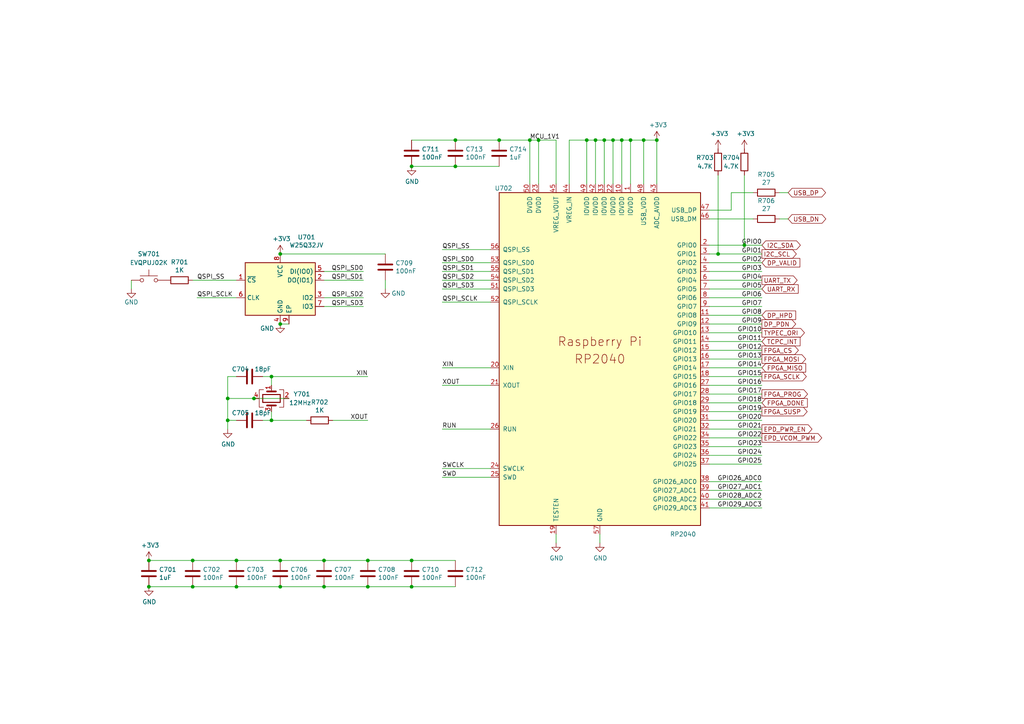
<source format=kicad_sch>
(kicad_sch (version 20230121) (generator eeschema)
  (paper "A4")
  (title_block (title "Caster EPDC") (date "2022-07-03") (rev "R0.4") (company "Copyright 2022 Modos / Engineer: Wenting Zhang"))
  (lib_symbols
    (symbol "Device:C" (pin_numbers hide) (pin_names (offset 0.254))
      (property "Reference" "C" (at 0.635 2.54 0))
      (property "Value" "C" (at 0.635 -2.54 0))
      (symbol "C_0_1"
        (polyline (pts (xy -2.032 -0.762) (xy 2.032 -0.762)) (stroke (width 0.508)))
        (polyline (pts (xy -2.032 0.762) (xy 2.032 0.762)) (stroke (width 0.508)))
      )
      (symbol "C_1_1"
        (pin passive line (at 0 3.81 270) (length 2.794) (name "~") (number "1"))
        (pin passive line (at 0 -3.81 90) (length 2.794) (name "~") (number "2"))
      )
    )
    (symbol "Device:Crystal_GND24" (pin_names (offset 1.016) hide)
      (property "Reference" "Y" (at 3.175 5.08 0))
      (property "Value" "Crystal_GND24" (at 3.175 3.175 0))
      (symbol "Crystal_GND24_0_1"
        (rectangle (start -1.143 2.54) (end 1.143 -2.54) (stroke (width 0.3048)))
        (polyline (pts (xy -2.54 0) (xy -2.032 0)))
        (polyline (pts (xy -2.032 -1.27) (xy -2.032 1.27)) (stroke (width 0.508)))
        (polyline (pts (xy 0 -3.81) (xy 0 -3.556)))
        (polyline (pts (xy 0 3.556) (xy 0 3.81)))
        (polyline (pts (xy 2.032 -1.27) (xy 2.032 1.27)) (stroke (width 0.508)))
        (polyline (pts (xy 2.032 0) (xy 2.54 0)))
        (polyline (pts (xy -2.54 -2.286) (xy -2.54 -3.556) (xy 2.54 -3.556) (xy 2.54 -2.286)))
        (polyline (pts (xy -2.54 2.286) (xy -2.54 3.556) (xy 2.54 3.556) (xy 2.54 2.286)))
      )
      (symbol "Crystal_GND24_1_1"
        (pin passive line (at -3.81 0 0) (length 1.27) (name "1") (number "1"))
        (pin passive line (at 0 5.08 270) (length 1.27) (name "2") (number "2"))
        (pin passive line (at 3.81 0 180) (length 1.27) (name "3") (number "3"))
        (pin passive line (at 0 -5.08 90) (length 1.27) (name "4") (number "4"))
      )
    )
    (symbol "Device:R" (pin_numbers hide) (pin_names (offset 0))
      (property "Reference" "R" (at 2.032 0 90))
      (property "Value" "R" (at 0 0 90))
      (symbol "R_0_1"
        (rectangle (start -1.016 -2.54) (end 1.016 2.54) (stroke (width 0.254)))
      )
      (symbol "R_1_1"
        (pin passive line (at 0 3.81 270) (length 1.27) (name "~") (number "1"))
        (pin passive line (at 0 -3.81 90) (length 1.27) (name "~") (number "2"))
      )
    )
    (symbol "MCU_RaspberryPi_RP2040:RP2040" (pin_names (offset 1.016))
      (property "Reference" "U" (at -29.21 49.53 0))
      (property "Value" "RP2040" (at 24.13 -49.53 0))
      (symbol "RP2040_0_0"
        (text "Raspberry Pi" (at 0 5.08 0) (effects (font (size 2.54 2.54))))
        (text "RP2040" (at 0 0 0) (effects (font (size 2.54 2.54))))
      )
      (symbol "RP2040_0_1"
        (rectangle (start 29.21 48.26) (end -29.21 -48.26) (stroke (width 0.254)) (fill (type background)))
      )
      (symbol "RP2040_1_1"
        (pin power_in line (at 8.89 50.8 270) (length 2.54) (name "IOVDD") (number "1"))
        (pin power_in line (at 6.35 50.8 270) (length 2.54) (name "IOVDD") (number "10"))
        (pin bidirectional line (at 31.75 12.7 180) (length 2.54) (name "GPIO8") (number "11"))
        (pin bidirectional line (at 31.75 10.16 180) (length 2.54) (name "GPIO9") (number "12"))
        (pin bidirectional line (at 31.75 7.62 180) (length 2.54) (name "GPIO10") (number "13"))
        (pin bidirectional line (at 31.75 5.08 180) (length 2.54) (name "GPIO11") (number "14"))
        (pin bidirectional line (at 31.75 2.54 180) (length 2.54) (name "GPIO12") (number "15"))
        (pin bidirectional line (at 31.75 0 180) (length 2.54) (name "GPIO13") (number "16"))
        (pin bidirectional line (at 31.75 -2.54 180) (length 2.54) (name "GPIO14") (number "17"))
        (pin bidirectional line (at 31.75 -5.08 180) (length 2.54) (name "GPIO15") (number "18"))
        (pin passive line (at -12.7 -50.8 90) (length 2.54) (name "TESTEN") (number "19"))
        (pin bidirectional line (at 31.75 33.02 180) (length 2.54) (name "GPIO0") (number "2"))
        (pin input line (at -31.75 -2.54 0) (length 2.54) (name "XIN") (number "20"))
        (pin passive line (at -31.75 -7.62 0) (length 2.54) (name "XOUT") (number "21"))
        (pin power_in line (at 3.81 50.8 270) (length 2.54) (name "IOVDD") (number "22"))
        (pin power_in line (at -17.78 50.8 270) (length 2.54) (name "DVDD") (number "23"))
        (pin output line (at -31.75 -31.75 0) (length 2.54) (name "SWCLK") (number "24"))
        (pin bidirectional line (at -31.75 -34.29 0) (length 2.54) (name "SWD") (number "25"))
        (pin input line (at -31.75 -20.32 0) (length 2.54) (name "RUN") (number "26"))
        (pin bidirectional line (at 31.75 -7.62 180) (length 2.54) (name "GPIO16") (number "27"))
        (pin bidirectional line (at 31.75 -10.16 180) (length 2.54) (name "GPIO17") (number "28"))
        (pin bidirectional line (at 31.75 -12.7 180) (length 2.54) (name "GPIO18") (number "29"))
        (pin bidirectional line (at 31.75 30.48 180) (length 2.54) (name "GPIO1") (number "3"))
        (pin bidirectional line (at 31.75 -15.24 180) (length 2.54) (name "GPIO19") (number "30"))
        (pin bidirectional line (at 31.75 -17.78 180) (length 2.54) (name "GPIO20") (number "31"))
        (pin bidirectional line (at 31.75 -20.32 180) (length 2.54) (name "GPIO21") (number "32"))
        (pin power_in line (at 1.27 50.8 270) (length 2.54) (name "IOVDD") (number "33"))
        (pin bidirectional line (at 31.75 -22.86 180) (length 2.54) (name "GPIO22") (number "34"))
        (pin bidirectional line (at 31.75 -25.4 180) (length 2.54) (name "GPIO23") (number "35"))
        (pin bidirectional line (at 31.75 -27.94 180) (length 2.54) (name "GPIO24") (number "36"))
        (pin bidirectional line (at 31.75 -30.48 180) (length 2.54) (name "GPIO25") (number "37"))
        (pin bidirectional line (at 31.75 -35.56 180) (length 2.54) (name "GPIO26_ADC0") (number "38"))
        (pin bidirectional line (at 31.75 -38.1 180) (length 2.54) (name "GPIO27_ADC1") (number "39"))
        (pin bidirectional line (at 31.75 27.94 180) (length 2.54) (name "GPIO2") (number "4"))
        (pin bidirectional line (at 31.75 -40.64 180) (length 2.54) (name "GPIO28_ADC2") (number "40"))
        (pin bidirectional line (at 31.75 -43.18 180) (length 2.54) (name "GPIO29_ADC3") (number "41"))
        (pin power_in line (at -1.27 50.8 270) (length 2.54) (name "IOVDD") (number "42"))
        (pin power_in line (at 16.51 50.8 270) (length 2.54) (name "ADC_AVDD") (number "43"))
        (pin power_in line (at -8.89 50.8 270) (length 2.54) (name "VREG_IN") (number "44"))
        (pin power_out line (at -12.7 50.8 270) (length 2.54) (name "VREG_VOUT") (number "45"))
        (pin bidirectional line (at 31.75 40.64 180) (length 2.54) (name "USB_DM") (number "46"))
        (pin bidirectional line (at 31.75 43.18 180) (length 2.54) (name "USB_DP") (number "47"))
        (pin power_in line (at 12.7 50.8 270) (length 2.54) (name "USB_VDD") (number "48"))
        (pin power_in line (at -3.81 50.8 270) (length 2.54) (name "IOVDD") (number "49"))
        (pin bidirectional line (at 31.75 25.4 180) (length 2.54) (name "GPIO3") (number "5"))
        (pin power_in line (at -20.32 50.8 270) (length 2.54) (name "DVDD") (number "50"))
        (pin bidirectional line (at -31.75 20.32 0) (length 2.54) (name "QSPI_SD3") (number "51"))
        (pin output line (at -31.75 16.51 0) (length 2.54) (name "QSPI_SCLK") (number "52"))
        (pin bidirectional line (at -31.75 27.94 0) (length 2.54) (name "QSPI_SD0") (number "53"))
        (pin bidirectional line (at -31.75 22.86 0) (length 2.54) (name "QSPI_SD2") (number "54"))
        (pin bidirectional line (at -31.75 25.4 0) (length 2.54) (name "QSPI_SD1") (number "55"))
        (pin bidirectional line (at -31.75 31.75 0) (length 2.54) (name "QSPI_SS") (number "56"))
        (pin power_in line (at 0 -50.8 90) (length 2.54) (name "GND") (number "57"))
        (pin bidirectional line (at 31.75 22.86 180) (length 2.54) (name "GPIO4") (number "6"))
        (pin bidirectional line (at 31.75 20.32 180) (length 2.54) (name "GPIO5") (number "7"))
        (pin bidirectional line (at 31.75 17.78 180) (length 2.54) (name "GPIO6") (number "8"))
        (pin bidirectional line (at 31.75 15.24 180) (length 2.54) (name "GPIO7") (number "9"))
      )
    )
    (symbol "Memory_Flash:W25Q32JVZP"
      (property "Reference" "U" (at -8.89 8.89 0))
      (property "Value" "W25Q32JVZP" (at 7.62 8.89 0))
      (symbol "W25Q32JVZP_0_1"
        (rectangle (start -10.16 7.62) (end 10.16 -7.62) (stroke (width 0.254)) (fill (type background)))
      )
      (symbol "W25Q32JVZP_1_1"
        (pin input line (at -12.7 2.54 0) (length 2.54) (name "~{CS}") (number "1"))
        (pin bidirectional line (at 12.7 2.54 180) (length 2.54) (name "DO(IO1)") (number "2"))
        (pin bidirectional line (at 12.7 -2.54 180) (length 2.54) (name "IO2") (number "3"))
        (pin power_in line (at 0 -10.16 90) (length 2.54) (name "GND") (number "4"))
        (pin bidirectional line (at 12.7 5.08 180) (length 2.54) (name "DI(IO0)") (number "5"))
        (pin input line (at -12.7 -2.54 0) (length 2.54) (name "CLK") (number "6"))
        (pin bidirectional line (at 12.7 -5.08 180) (length 2.54) (name "IO3") (number "7"))
        (pin power_in line (at 0 10.16 270) (length 2.54) (name "VCC") (number "8"))
        (pin passive line (at 2.54 -10.16 90) (length 2.54) (name "EP") (number "9"))
      )
    )
    (symbol "Switch:SW_Push" (pin_numbers hide) (pin_names (offset 1.016) hide)
      (property "Reference" "SW" (at 1.27 2.54 0))
      (property "Value" "SW_Push" (at 0 -1.524 0))
      (symbol "SW_Push_0_1"
        (circle (center -2.032 0) (radius 0.508))
        (polyline (pts (xy 0 1.27) (xy 0 3.048)))
        (polyline (pts (xy 2.54 1.27) (xy -2.54 1.27)))
        (circle (center 2.032 0) (radius 0.508))
        (pin passive line (at -5.08 0 0) (length 2.54) (name "1") (number "1"))
        (pin passive line (at 5.08 0 180) (length 2.54) (name "2") (number "2"))
      )
    )
    (symbol "power:+3V3" (power) (pin_names (offset 0))
      (property "Value" "+3V3" (at 0 3.556 0))
      (symbol "+3V3_0_1"
        (polyline (pts (xy -0.762 1.27) (xy 0 2.54)))
        (polyline (pts (xy 0 0) (xy 0 2.54)))
        (polyline (pts (xy 0 2.54) (xy 0.762 1.27)))
      )
      (symbol "+3V3_1_1"
        (pin power_in line (at 0 0 90) (length 0) hide (name "+3V3") (number "1"))
      )
    )
    (symbol "power:GND" (power) (pin_names (offset 0))
      (property "Value" "GND" (at 0 -3.81 0))
      (symbol "GND_0_1"
        (polyline (pts (xy 0 0) (xy 0 -1.27) (xy 1.27 -1.27) (xy 0 -2.54) (xy -1.27 -1.27) (xy 0 -1.27)))
      )
      (symbol "GND_1_1"
        (pin power_in line (at 0 0 270) (length 0) hide (name "GND") (number "1"))
      )
    )
  )
  (junction (at 156.21 40.64) (diameter 0.9144))
  (junction (at 153.67 40.64) (diameter 0.9144))
  (junction (at 68.58 170.18) (diameter 0.9144))
  (junction (at 172.72 40.64) (diameter 0.9144))
  (junction (at 106.68 170.18) (diameter 0.9144))
  (junction (at 177.8 40.64) (diameter 0.9144))
  (junction (at 78.74 121.92) (diameter 0.9144))
  (junction (at 81.28 162.56) (diameter 0.9144))
  (junction (at 119.38 162.56) (diameter 0.9144))
  (junction (at 93.98 170.18) (diameter 0.9144))
  (junction (at 144.78 40.64) (diameter 0.9144))
  (junction (at 119.38 48.26) (diameter 0.9144))
  (junction (at 73.66 115.57) (diameter 0.9144))
  (junction (at 175.26 40.64) (diameter 0.9144))
  (junction (at 43.18 170.18) (diameter 0.9144))
  (junction (at 106.68 162.56) (diameter 0.9144))
  (junction (at 78.74 109.22) (diameter 0.9144))
  (junction (at 81.28 73.66))
  (junction (at 55.88 162.56) (diameter 0.9144))
  (junction (at 180.34 40.64) (diameter 0.9144))
  (junction (at 182.88 40.64) (diameter 0.9144))
  (junction (at 132.08 48.26) (diameter 0.9144))
  (junction (at 55.88 170.18) (diameter 0.9144))
  (junction (at 66.04 115.57) (diameter 0.9144))
  (junction (at 66.04 121.92) (diameter 0.9144))
  (junction (at 190.5 40.64) (diameter 0.9144))
  (junction (at 132.08 40.64) (diameter 0.9144))
  (junction (at 68.58 162.56) (diameter 0.9144))
  (junction (at 93.98 162.56) (diameter 0.9144))
  (junction (at 81.28 170.18) (diameter 0.9144))
  (junction (at 119.38 170.18) (diameter 0.9144))
  (junction (at 43.18 162.56) (diameter 0.9144))
  (junction (at 81.28 93.98))
  (junction (at 170.18 40.64) (diameter 0.9144))
  (junction (at 186.69 40.64) (diameter 0.9144))
  (junction (at 215.9 71.12) (diameter 0.9144))
  (junction (at 208.28 73.66) (diameter 0.9144))
  (wire (pts (xy 205.74 73.66) (xy 208.28 73.66)))
  (wire (pts (xy 111.76 81.28) (xy 111.76 83.82)))
  (wire (pts (xy 119.38 40.64) (xy 132.08 40.64)))
  (wire (pts (xy 175.26 40.64) (xy 177.8 40.64)))
  (wire (pts (xy 205.74 134.62) (xy 220.98 134.62)))
  (wire (pts (xy 78.74 111.76) (xy 78.74 109.22)))
  (wire (pts (xy 190.5 40.64) (xy 190.5 53.34)))
  (wire (pts (xy 186.69 53.34) (xy 186.69 40.64)))
  (wire (pts (xy 93.98 81.28) (xy 105.41 81.28)))
  (wire (pts (xy 81.28 93.98) (xy 83.82 93.98)))
  (wire (pts (xy 96.52 121.92) (xy 106.68 121.92)))
  (wire (pts (xy 93.98 170.18) (xy 106.68 170.18)))
  (wire (pts (xy 66.04 121.92) (xy 68.58 121.92)))
  (wire (pts (xy 186.69 40.64) (xy 190.5 40.64)))
  (wire (pts (xy 78.74 121.92) (xy 76.2 121.92)))
  (wire (pts (xy 153.67 40.64) (xy 153.67 53.34)))
  (wire (pts (xy 66.04 121.92) (xy 66.04 124.46)))
  (wire (pts (xy 205.74 81.28) (xy 220.98 81.28)))
  (wire (pts (xy 156.21 40.64) (xy 153.67 40.64)))
  (wire (pts (xy 161.29 154.94) (xy 161.29 157.48)))
  (wire (pts (xy 177.8 53.34) (xy 177.8 40.64)))
  (wire (pts (xy 205.74 119.38) (xy 220.98 119.38)))
  (wire (pts (xy 205.74 101.6) (xy 220.98 101.6)))
  (wire (pts (xy 119.38 48.26) (xy 132.08 48.26)))
  (wire (pts (xy 180.34 53.34) (xy 180.34 40.64)))
  (wire (pts (xy 226.06 63.5) (xy 228.6 63.5)))
  (wire (pts (xy 68.58 162.56) (xy 81.28 162.56)))
  (wire (pts (xy 76.2 109.22) (xy 78.74 109.22)))
  (wire (pts (xy 205.74 121.92) (xy 220.98 121.92)))
  (wire (pts (xy 165.1 53.34) (xy 165.1 40.64)))
  (wire (pts (xy 208.28 50.8) (xy 208.28 73.66)))
  (wire (pts (xy 78.74 109.22) (xy 106.68 109.22)))
  (wire (pts (xy 205.74 60.96) (xy 212.09 60.96)))
  (wire (pts (xy 205.74 78.74) (xy 220.98 78.74)))
  (wire (pts (xy 208.28 73.66) (xy 220.98 73.66)))
  (wire (pts (xy 177.8 40.64) (xy 180.34 40.64)))
  (wire (pts (xy 128.27 124.46) (xy 142.24 124.46)))
  (wire (pts (xy 66.04 109.22) (xy 66.04 115.57)))
  (wire (pts (xy 83.82 115.57) (xy 73.66 115.57)))
  (wire (pts (xy 205.74 86.36) (xy 220.98 86.36)))
  (wire (pts (xy 66.04 115.57) (xy 73.66 115.57)))
  (wire (pts (xy 38.1 81.28) (xy 38.1 83.82)))
  (wire (pts (xy 215.9 50.8) (xy 215.9 71.12)))
  (wire (pts (xy 119.38 170.18) (xy 132.08 170.18)))
  (wire (pts (xy 93.98 162.56) (xy 106.68 162.56)))
  (wire (pts (xy 205.74 91.44) (xy 220.98 91.44)))
  (wire (pts (xy 78.74 119.38) (xy 78.74 121.92)))
  (wire (pts (xy 119.38 162.56) (xy 132.08 162.56)))
  (wire (pts (xy 142.24 135.89) (xy 128.27 135.89)))
  (wire (pts (xy 132.08 48.26) (xy 144.78 48.26)))
  (wire (pts (xy 128.27 106.68) (xy 142.24 106.68)))
  (wire (pts (xy 128.27 83.82) (xy 142.24 83.82)))
  (wire (pts (xy 173.99 154.94) (xy 173.99 157.48)))
  (wire (pts (xy 170.18 53.34) (xy 170.18 40.64)))
  (wire (pts (xy 205.74 83.82) (xy 220.98 83.82)))
  (wire (pts (xy 205.74 106.68) (xy 220.98 106.68)))
  (wire (pts (xy 205.74 142.24) (xy 220.98 142.24)))
  (wire (pts (xy 55.88 162.56) (xy 68.58 162.56)))
  (wire (pts (xy 205.74 71.12) (xy 215.9 71.12)))
  (wire (pts (xy 205.74 76.2) (xy 220.98 76.2)))
  (wire (pts (xy 132.08 40.64) (xy 144.78 40.64)))
  (wire (pts (xy 180.34 40.64) (xy 182.88 40.64)))
  (wire (pts (xy 205.74 111.76) (xy 220.98 111.76)))
  (wire (pts (xy 205.74 127) (xy 220.98 127)))
  (wire (pts (xy 68.58 109.22) (xy 66.04 109.22)))
  (wire (pts (xy 172.72 53.34) (xy 172.72 40.64)))
  (wire (pts (xy 142.24 72.39) (xy 128.27 72.39)))
  (wire (pts (xy 226.06 55.88) (xy 228.6 55.88)))
  (wire (pts (xy 205.74 104.14) (xy 220.98 104.14)))
  (wire (pts (xy 81.28 170.18) (xy 93.98 170.18)))
  (wire (pts (xy 106.68 162.56) (xy 119.38 162.56)))
  (wire (pts (xy 182.88 40.64) (xy 186.69 40.64)))
  (wire (pts (xy 156.21 53.34) (xy 156.21 40.64)))
  (wire (pts (xy 205.74 129.54) (xy 220.98 129.54)))
  (wire (pts (xy 144.78 40.64) (xy 153.67 40.64)))
  (wire (pts (xy 43.18 170.18) (xy 55.88 170.18)))
  (wire (pts (xy 93.98 86.36) (xy 105.41 86.36)))
  (wire (pts (xy 81.28 162.56) (xy 93.98 162.56)))
  (wire (pts (xy 205.74 139.7) (xy 220.98 139.7)))
  (wire (pts (xy 205.74 144.78) (xy 220.98 144.78)))
  (wire (pts (xy 156.21 40.64) (xy 161.29 40.64)))
  (wire (pts (xy 161.29 40.64) (xy 161.29 53.34)))
  (wire (pts (xy 172.72 40.64) (xy 175.26 40.64)))
  (wire (pts (xy 205.74 132.08) (xy 220.98 132.08)))
  (wire (pts (xy 170.18 40.64) (xy 172.72 40.64)))
  (wire (pts (xy 88.9 121.92) (xy 78.74 121.92)))
  (wire (pts (xy 205.74 147.32) (xy 220.98 147.32)))
  (wire (pts (xy 43.18 162.56) (xy 55.88 162.56)))
  (wire (pts (xy 205.74 93.98) (xy 220.98 93.98)))
  (wire (pts (xy 205.74 63.5) (xy 218.44 63.5)))
  (wire (pts (xy 81.28 73.66) (xy 111.76 73.66)))
  (wire (pts (xy 205.74 116.84) (xy 220.98 116.84)))
  (wire (pts (xy 93.98 88.9) (xy 105.41 88.9)))
  (wire (pts (xy 205.74 124.46) (xy 220.98 124.46)))
  (wire (pts (xy 142.24 138.43) (xy 128.27 138.43)))
  (wire (pts (xy 57.15 86.36) (xy 68.58 86.36)))
  (wire (pts (xy 55.88 81.28) (xy 68.58 81.28)))
  (wire (pts (xy 128.27 76.2) (xy 142.24 76.2)))
  (wire (pts (xy 165.1 40.64) (xy 170.18 40.64)))
  (wire (pts (xy 142.24 111.76) (xy 128.27 111.76)))
  (wire (pts (xy 68.58 170.18) (xy 81.28 170.18)))
  (wire (pts (xy 205.74 96.52) (xy 220.98 96.52)))
  (wire (pts (xy 66.04 115.57) (xy 66.04 121.92)))
  (wire (pts (xy 93.98 78.74) (xy 105.41 78.74)))
  (wire (pts (xy 205.74 114.3) (xy 220.98 114.3)))
  (wire (pts (xy 175.26 53.34) (xy 175.26 40.64)))
  (wire (pts (xy 205.74 109.22) (xy 220.98 109.22)))
  (wire (pts (xy 182.88 40.64) (xy 182.88 53.34)))
  (wire (pts (xy 55.88 170.18) (xy 68.58 170.18)))
  (wire (pts (xy 215.9 71.12) (xy 220.98 71.12)))
  (wire (pts (xy 212.09 55.88) (xy 218.44 55.88)))
  (wire (pts (xy 205.74 88.9) (xy 220.98 88.9)))
  (wire (pts (xy 142.24 87.63) (xy 128.27 87.63)))
  (wire (pts (xy 106.68 170.18) (xy 119.38 170.18)))
  (wire (pts (xy 212.09 55.88) (xy 212.09 60.96)))
  (wire (pts (xy 128.27 81.28) (xy 142.24 81.28)))
  (wire (pts (xy 128.27 78.74) (xy 142.24 78.74)))
  (wire (pts (xy 205.74 99.06) (xy 220.98 99.06)))
  (label "XIN" (at 106.68 109.22 180))
  (label "QSPI_SD2" (at 105.41 86.36 180))
  (label "QSPI_SD0" (at 128.27 76.2 0))
  (label "GPIO4" (at 220.98 81.28 180))
  (label "QSPI_SD3" (at 105.41 88.9 180))
  (label "XOUT" (at 106.68 121.92 180))
  (label "GPIO27_ADC1" (at 220.98 142.24 180))
  (label "GPIO13" (at 220.98 104.14 180))
  (label "QSPI_SD0" (at 105.41 78.74 180))
  (label "GPIO23" (at 220.98 129.54 180))
  (label "QSPI_SS" (at 57.15 81.28 0))
  (label "GPIO11" (at 220.98 99.06 180))
  (label "GPIO20" (at 220.98 121.92 180))
  (label "XIN" (at 128.27 106.68 0))
  (label "GPIO14" (at 220.98 106.68 180))
  (label "QSPI_SD1" (at 128.27 78.74 0))
  (label "GPIO5" (at 220.98 83.82 180))
  (label "GPIO16" (at 220.98 111.76 180))
  (label "GPIO26_ADC0" (at 220.98 139.7 180))
  (label "GPIO0" (at 220.98 71.12 180))
  (label "GPIO9" (at 220.98 93.98 180))
  (label "GPIO7" (at 220.98 88.9 180))
  (label "XOUT" (at 128.27 111.76 0))
  (label "QSPI_SCLK" (at 57.15 86.36 0))
  (label "GPIO21" (at 220.98 124.46 180))
  (label "GPIO22" (at 220.98 127 180))
  (label "QSPI_SD1" (at 105.41 81.28 180))
  (label "SWCLK" (at 128.27 135.89 0))
  (label "GPIO18" (at 220.98 116.84 180))
  (label "GPIO6" (at 220.98 86.36 180))
  (label "SWD" (at 128.27 138.43 0))
  (label "RUN" (at 128.27 124.46 0))
  (label "GPIO15" (at 220.98 109.22 180))
  (label "GPIO10" (at 220.98 96.52 180))
  (label "QSPI_SS" (at 128.27 72.39 0))
  (label "GPIO12" (at 220.98 101.6 180))
  (label "GPIO19" (at 220.98 119.38 180))
  (label "GPIO24" (at 220.98 132.08 180))
  (label "QSPI_SD2" (at 128.27 81.28 0))
  (label "GPIO8" (at 220.98 91.44 180))
  (label "QSPI_SCLK" (at 128.27 87.63 0))
  (label "QSPI_SD3" (at 128.27 83.82 0))
  (label "GPIO17" (at 220.98 114.3 180))
  (label "MCU_1V1" (at 153.67 40.64 0))
  (label "GPIO1" (at 220.98 73.66 180))
  (label "GPIO28_ADC2" (at 220.98 144.78 180))
  (label "GPIO2" (at 220.98 76.2 180))
  (label "GPIO3" (at 220.98 78.74 180))
  (label "GPIO29_ADC3" (at 220.98 147.32 180))
  (label "GPIO25" (at 220.98 134.62 180))
  (global_label "UART_RX" (shape input) (at 220.98 83.82 0) (property "Intersheetrefs" "${INTERSHEET_REFS}" (effects hide)))
  (global_label "USB_DN" (shape bidirectional) (at 228.6 63.5 0) (property "Intersheetrefs" "${INTERSHEET_REFS}" (effects hide)))
  (global_label "DP_PDN" (shape output) (at 220.98 93.98 0) (property "Intersheetrefs" "${INTERSHEET_REFS}" (effects hide)))
  (global_label "I2C_SCL" (shape output) (at 220.98 73.66 0) (property "Intersheetrefs" "${INTERSHEET_REFS}" (effects hide)))
  (global_label "FPGA_MISO" (shape input) (at 220.98 106.68 0) (property "Intersheetrefs" "${INTERSHEET_REFS}" (effects hide)))
  (global_label "UART_TX" (shape output) (at 220.98 81.28 0) (property "Intersheetrefs" "${INTERSHEET_REFS}" (effects hide)))
  (global_label "FPGA_CS" (shape output) (at 220.98 101.6 0) (property "Intersheetrefs" "${INTERSHEET_REFS}" (effects hide)))
  (global_label "TCPC_INT" (shape input) (at 220.98 99.06 0) (property "Intersheetrefs" "${INTERSHEET_REFS}" (effects hide)))
  (global_label "FPGA_SUSP" (shape output) (at 220.98 119.38 0) (property "Intersheetrefs" "${INTERSHEET_REFS}" (effects hide)))
  (global_label "FPGA_SCLK" (shape output) (at 220.98 109.22 0) (property "Intersheetrefs" "${INTERSHEET_REFS}" (effects hide)))
  (global_label "DP_HPD" (shape input) (at 220.98 91.44 0) (property "Intersheetrefs" "${INTERSHEET_REFS}" (effects hide)))
  (global_label "TYPEC_ORI" (shape output) (at 220.98 96.52 0) (property "Intersheetrefs" "${INTERSHEET_REFS}" (effects hide)))
  (global_label "I2C_SDA" (shape bidirectional) (at 220.98 71.12 0) (property "Intersheetrefs" "${INTERSHEET_REFS}" (effects hide)))
  (global_label "EPD_PWR_EN" (shape output) (at 220.98 124.46 0) (property "Intersheetrefs" "${INTERSHEET_REFS}" (effects hide)))
  (global_label "FPGA_PROG" (shape output) (at 220.98 114.3 0) (property "Intersheetrefs" "${INTERSHEET_REFS}" (effects hide)))
  (global_label "FPGA_DONE" (shape input) (at 220.98 116.84 0) (property "Intersheetrefs" "${INTERSHEET_REFS}" (effects hide)))
  (global_label "FPGA_MOSI" (shape output) (at 220.98 104.14 0) (property "Intersheetrefs" "${INTERSHEET_REFS}" (effects hide)))
  (global_label "USB_DP" (shape bidirectional) (at 228.6 55.88 0) (property "Intersheetrefs" "${INTERSHEET_REFS}" (effects hide)))
  (global_label "DP_VALID" (shape input) (at 220.98 76.2 0) (property "Intersheetrefs" "${INTERSHEET_REFS}" (effects hide)))
  (global_label "EPD_VCOM_PWM" (shape output) (at 220.98 127 0) (property "Intersheetrefs" "${INTERSHEET_REFS}" (effects hide)))
  (symbol (lib_id "Device:C") (at 68.58 166.37 0) (unit 1)
    (property "Reference" "C703" (at 71.501 165.2016 0) (effects (justify left)))
    (property "Value" "100nF" (at 71.501 167.513 0) (effects (justify left)))
    (property "Footprint" "Capacitor_SMD:C_0402_1005Metric" (effects hide))
  )
  (symbol (lib_id "power:GND") (at 119.38 48.26 0) (unit 1)
    (property "Reference" "#PWR0158" (effects hide))
    (property "Value" "GND" (at 119.507 52.6542 0))
  )
  (symbol (lib_id "Switch:SW_Push") (at 43.18 81.28 0) (mirror y) (unit 1)
    (property "Reference" "SW701" (at 43.18 73.66 0))
    (property "Value" "EVQPUJ02K" (at 43.18 76.2 0))
    (property "Footprint" "Button_Switch_SMD:SW_SPST_CK_KXT3" (effects hide))
  )
  (symbol (lib_id "power:GND") (at 161.29 157.48 0) (unit 1)
    (property "Reference" "#PWR0161" (effects hide))
    (property "Value" "GND" (at 161.417 161.8742 0))
  )
  (symbol (lib_id "Device:R") (at 92.71 121.92 270) (unit 1)
    (property "Reference" "R702" (at 92.71 116.6622 90))
    (property "Value" "1K" (at 92.71 118.9736 90))
    (property "Footprint" "Resistor_SMD:R_0402_1005Metric" (effects hide))
  )
  (symbol (lib_id "power:+3V3") (at 190.5 40.64 0) (unit 1)
    (property "Reference" "#PWR0171" (effects hide))
    (property "Value" "+3V3" (at 190.881 36.2458 0))
  )
  (symbol (lib_id "Device:C") (at 81.28 166.37 0) (unit 1)
    (property "Reference" "C706" (at 84.201 165.2016 0) (effects (justify left)))
    (property "Value" "100nF" (at 84.201 167.513 0) (effects (justify left)))
    (property "Footprint" "Capacitor_SMD:C_0402_1005Metric" (effects hide))
  )
  (symbol (lib_id "power:GND") (at 66.04 124.46 0) (unit 1)
    (property "Reference" "#PWR0165" (effects hide))
    (property "Value" "GND" (at 66.167 128.8542 0))
  )
  (symbol (lib_id "Device:C") (at 106.68 166.37 0) (unit 1)
    (property "Reference" "C708" (at 109.601 165.2016 0) (effects (justify left)))
    (property "Value" "100nF" (at 109.601 167.513 0) (effects (justify left)))
    (property "Footprint" "Capacitor_SMD:C_0402_1005Metric" (effects hide))
  )
  (symbol (lib_id "Device:C") (at 55.88 166.37 0) (unit 1)
    (property "Reference" "C702" (at 58.801 165.2016 0) (effects (justify left)))
    (property "Value" "100nF" (at 58.801 167.513 0) (effects (justify left)))
    (property "Footprint" "Capacitor_SMD:C_0402_1005Metric" (effects hide))
  )
  (symbol (lib_id "Device:C") (at 43.18 166.37 0) (unit 1)
    (property "Reference" "C701" (at 46.101 165.202 0) (effects (justify left)))
    (property "Value" "1uF" (at 46.101 167.513 0) (effects (justify left)))
    (property "Footprint" "Capacitor_SMD:C_0402_1005Metric" (effects hide))
  )
  (symbol (lib_id "power:GND") (at 173.99 157.48 0) (unit 1)
    (property "Reference" "#PWR0160" (effects hide))
    (property "Value" "GND" (at 174.117 161.8742 0))
  )
  (symbol (lib_id "Device:C") (at 132.08 44.45 0) (unit 1)
    (property "Reference" "C713" (at 135.001 43.2816 0) (effects (justify left)))
    (property "Value" "100nF" (at 135.001 45.593 0) (effects (justify left)))
    (property "Footprint" "Capacitor_SMD:C_0402_1005Metric" (effects hide))
  )
  (symbol (lib_id "Device:C") (at 111.76 77.47 0) (unit 1)
    (property "Reference" "C709" (at 114.681 76.3016 0) (effects (justify left)))
    (property "Value" "100nF" (at 114.681 78.613 0) (effects (justify left)))
    (property "Footprint" "Capacitor_SMD:C_0402_1005Metric" (effects hide))
  )
  (symbol (lib_id "power:GND") (at 38.1 83.82 0) (unit 1)
    (property "Reference" "#PWR0164" (effects hide))
    (property "Value" "GND" (at 38.1 87.63 0))
  )
  (symbol (lib_id "Device:R") (at 222.25 63.5 270) (unit 1)
    (property "Reference" "R706" (at 222.25 58.2422 90))
    (property "Value" "27" (at 222.25 60.5536 90))
    (property "Footprint" "Resistor_SMD:R_0402_1005Metric" (effects hide))
  )
  (symbol (lib_id "Device:C") (at 119.38 166.37 0) (unit 1)
    (property "Reference" "C710" (at 122.301 165.2016 0) (effects (justify left)))
    (property "Value" "100nF" (at 122.301 167.513 0) (effects (justify left)))
    (property "Footprint" "Capacitor_SMD:C_0402_1005Metric" (effects hide))
  )
  (symbol (lib_id "power:+3V3") (at 43.18 162.56 0) (unit 1)
    (property "Reference" "#PWR0162" (effects hide))
    (property "Value" "+3V3" (at 43.561 158.1658 0))
  )
  (symbol (lib_id "MCU_RaspberryPi_RP2040:RP2040") (at 173.99 104.14 0) (unit 1)
    (property "Reference" "U702" (at 146.05 54.61 0))
    (property "Value" "RP2040" (at 198.12 154.94 0))
    (property "Footprint" "footprints:RP2040-QFN-56" (effects hide))
  )
  (symbol (lib_id "Device:C") (at 93.98 166.37 0) (unit 1)
    (property "Reference" "C707" (at 96.901 165.2016 0) (effects (justify left)))
    (property "Value" "100nF" (at 96.901 167.513 0) (effects (justify left)))
    (property "Footprint" "Capacitor_SMD:C_0402_1005Metric" (effects hide))
  )
  (symbol (lib_id "Device:R") (at 208.28 46.99 0) (unit 1)
    (property "Reference" "R703" (at 204.47 45.72 0))
    (property "Value" "4.7K" (at 204.47 48.26 0))
    (property "Footprint" "Resistor_SMD:R_0402_1005Metric" (effects hide))
  )
  (symbol (lib_id "Device:C") (at 72.39 109.22 270) (unit 1)
    (property "Reference" "C704" (at 67.2084 107.061 90) (effects (justify left)))
    (property "Value" "18pF" (at 73.787 107.061 90) (effects (justify left)))
    (property "Footprint" "Capacitor_SMD:C_0402_1005Metric" (effects hide))
  )
  (symbol (lib_id "power:GND") (at 111.76 83.82 0) (unit 1)
    (property "Reference" "#PWR0168" (effects hide))
    (property "Value" "GND" (at 115.57 85.09 0))
  )
  (symbol (lib_id "Device:R") (at 52.07 81.28 270) (unit 1)
    (property "Reference" "R701" (at 52.07 76.0222 90))
    (property "Value" "1K" (at 52.07 78.3336 90))
    (property "Footprint" "Resistor_SMD:R_0402_1005Metric" (effects hide))
  )
  (symbol (lib_id "Device:C") (at 144.78 44.45 0) (unit 1)
    (property "Reference" "C714" (at 147.701 43.2816 0) (effects (justify left)))
    (property "Value" "1uF" (at 147.701 45.593 0) (effects (justify left)))
    (property "Footprint" "Capacitor_SMD:C_0402_1005Metric" (effects hide))
  )
  (symbol (lib_id "power:GND") (at 43.18 170.18 0) (unit 1)
    (property "Reference" "#PWR0163" (effects hide))
    (property "Value" "GND" (at 43.307 174.5742 0))
  )
  (symbol (lib_id "power:+3V3") (at 215.9 43.18 0) (unit 1)
    (property "Reference" "#PWR0169" (effects hide))
    (property "Value" "+3V3" (at 216.281 38.7858 0))
  )
  (symbol (lib_id "Memory_Flash:W25Q32JVZP") (at 81.28 83.82 0) (unit 1)
    (property "Reference" "U701" (at 88.9 68.809 0))
    (property "Value" "W25Q32JV" (at 88.9 71.12 0))
    (property "Footprint" "Package_SON:WSON-8-1EP_6x5mm_P1.27mm_EP3.4x4.3mm" (effects hide))
    (property "Datasheet" "http://www.winbond.com/resource-files/w25q32jv%20revg%2003272018%20plus.pdf" (effects hide))
    (property "LCSC" "C571260" (effects hide))
    (property "Ref.Price" "0.9559" (effects hide))
  )
  (symbol (lib_id "power:+3V3") (at 81.28 73.66 0) (unit 1)
    (property "Reference" "#PWR0166" (effects hide))
    (property "Value" "+3V3" (at 81.661 69.2658 0))
  )
  (symbol (lib_id "Device:C") (at 72.39 121.92 270) (unit 1)
    (property "Reference" "C705" (at 67.2084 119.761 90) (effects (justify left)))
    (property "Value" "18pF" (at 73.787 119.761 90) (effects (justify left)))
    (property "Footprint" "Capacitor_SMD:C_0402_1005Metric" (effects hide))
  )
  (symbol (lib_id "power:GND") (at 81.28 93.98 0) (unit 1)
    (property "Reference" "#PWR0167" (effects hide))
    (property "Value" "GND" (at 77.47 95.25 0))
  )
  (symbol (lib_id "Device:C") (at 119.38 44.45 0) (unit 1)
    (property "Reference" "C711" (at 122.301 43.2816 0) (effects (justify left)))
    (property "Value" "100nF" (at 122.301 45.593 0) (effects (justify left)))
    (property "Footprint" "Capacitor_SMD:C_0402_1005Metric" (effects hide))
  )
  (symbol (lib_id "power:+3V3") (at 208.28 43.18 0) (unit 1)
    (property "Reference" "#PWR0170" (effects hide))
    (property "Value" "+3V3" (at 208.661 38.7858 0))
  )
  (symbol (lib_id "Device:C") (at 132.08 166.37 0) (unit 1)
    (property "Reference" "C712" (at 135.001 165.2016 0) (effects (justify left)))
    (property "Value" "100nF" (at 135.001 167.513 0) (effects (justify left)))
    (property "Footprint" "Capacitor_SMD:C_0402_1005Metric" (effects hide))
  )
  (symbol (lib_id "Device:R") (at 222.25 55.88 270) (unit 1)
    (property "Reference" "R705" (at 222.25 50.6222 90))
    (property "Value" "27" (at 222.25 52.9336 90))
    (property "Footprint" "Resistor_SMD:R_0402_1005Metric" (effects hide))
  )
  (symbol (lib_id "Device:Crystal_GND24") (at 78.74 115.57 270) (unit 1)
    (property "Reference" "Y701" (at 85.09 114.3 90) (effects (justify left)))
    (property "Value" "12MHz" (at 83.82 116.84 90) (effects (justify left)))
    (property "Footprint" "Oscillator:Oscillator_SMD_Abracon_ASE-4Pin_3.2x2.5mm" (effects hide))
  )
  (symbol (lib_id "Device:R") (at 215.9 46.99 0) (unit 1)
    (property "Reference" "R704" (at 212.09 45.72 0))
    (property "Value" "4.7K" (at 212.09 48.26 0))
    (property "Footprint" "Resistor_SMD:R_0402_1005Metric" (effects hide))
  )
)
</source>
